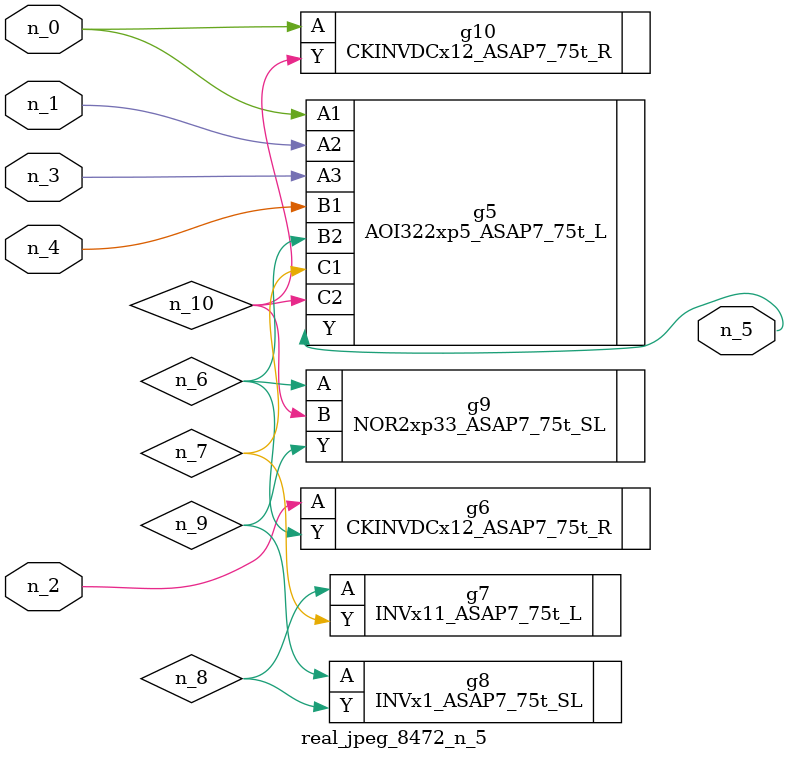
<source format=v>
module real_jpeg_8472_n_5 (n_4, n_0, n_1, n_2, n_3, n_5);

input n_4;
input n_0;
input n_1;
input n_2;
input n_3;

output n_5;

wire n_8;
wire n_6;
wire n_7;
wire n_10;
wire n_9;

AOI322xp5_ASAP7_75t_L g5 ( 
.A1(n_0),
.A2(n_1),
.A3(n_3),
.B1(n_4),
.B2(n_6),
.C1(n_7),
.C2(n_10),
.Y(n_5)
);

CKINVDCx12_ASAP7_75t_R g10 ( 
.A(n_0),
.Y(n_10)
);

CKINVDCx12_ASAP7_75t_R g6 ( 
.A(n_2),
.Y(n_6)
);

NOR2xp33_ASAP7_75t_SL g9 ( 
.A(n_6),
.B(n_10),
.Y(n_9)
);

INVx11_ASAP7_75t_L g7 ( 
.A(n_8),
.Y(n_7)
);

INVx1_ASAP7_75t_SL g8 ( 
.A(n_9),
.Y(n_8)
);


endmodule
</source>
